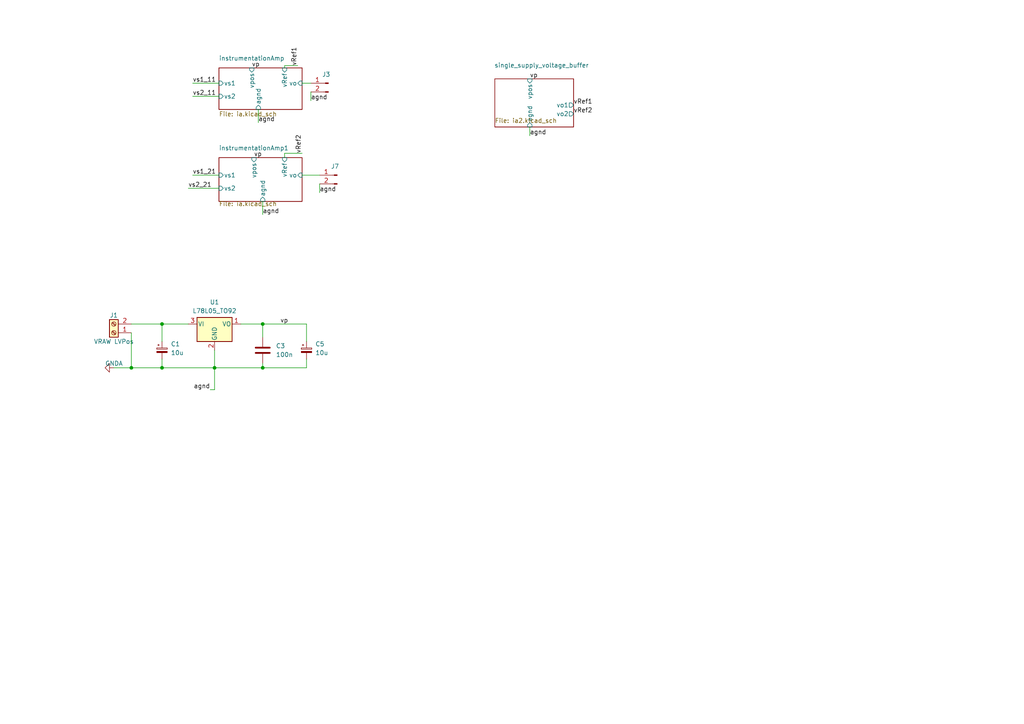
<source format=kicad_sch>
(kicad_sch (version 20250114) (generator "eeschema") (generator_version "9.0")
  (paper "A4")
  (lib_symbols
    (symbol "Connector:Conn_01x02_Pin" (pin_names (offset 1.016) (hide yes))
      (property "Reference" "J" (at 0 2.54 0))
      (property "Value" "Conn_01x02_Pin" (at 0 -5.08 0))
      (symbol "Conn_01x02_Pin_1_1"
        (rectangle (start 0.8636 0.127) (end 0 -0.127) (stroke (width 0.1524)) (fill (type outline)))
        (rectangle (start 0.8636 -2.413) (end 0 -2.667) (stroke (width 0.1524)) (fill (type outline)))
        (polyline (pts (xy 1.27 0) (xy 0.8636 0)) (stroke (width 0.1524)))
        (polyline (pts (xy 1.27 -2.54) (xy 0.8636 -2.54)) (stroke (width 0.1524)))
        (pin passive line (at 5.08 0 180) (length 3.81) (name "Pin_1") (number "1"))
        (pin passive line (at 5.08 -2.54 180) (length 3.81) (name "Pin_2") (number "2"))
      )
    )
    (symbol "Connector:Screw_Terminal_01x02" (pin_names (offset 1.016) (hide yes))
      (property "Reference" "J" (at 0 2.54 0))
      (property "Value" "Screw_Terminal_01x02" (at 0 -5.08 0))
      (symbol "Screw_Terminal_01x02_1_1"
        (rectangle (start -1.27 1.27) (end 1.27 -3.81) (stroke (width 0.254)) (fill (type background)))
        (polyline (pts (xy -0.5334 0.3302) (xy 0.3302 -0.508)) (stroke (width 0.1524)))
        (polyline (pts (xy -0.5334 -2.2098) (xy 0.3302 -3.048)) (stroke (width 0.1524)))
        (polyline (pts (xy -0.3556 0.508) (xy 0.508 -0.3302)) (stroke (width 0.1524)))
        (polyline (pts (xy -0.3556 -2.032) (xy 0.508 -2.8702)) (stroke (width 0.1524)))
        (circle (center 0 0) (radius 0.635) (stroke (width 0.1524)))
        (circle (center 0 -2.54) (radius 0.635) (stroke (width 0.1524)))
        (pin passive line (at -5.08 0 0) (length 3.81) (name "Pin_1") (number "1"))
        (pin passive line (at -5.08 -2.54 0) (length 3.81) (name "Pin_2") (number "2"))
      )
    )
    (symbol "Device:C" (pin_numbers (hide yes)) (pin_names (offset 0.254))
      (property "Reference" "C" (at 0.635 2.54 0))
      (property "Value" "C" (at 0.635 -2.54 0))
      (symbol "C_0_1"
        (polyline (pts (xy -2.032 0.762) (xy 2.032 0.762)) (stroke (width 0.508)))
        (polyline (pts (xy -2.032 -0.762) (xy 2.032 -0.762)) (stroke (width 0.508)))
      )
      (symbol "C_1_1"
        (pin passive line (at 0 3.81 270) (length 2.794) (name "~") (number "1"))
        (pin passive line (at 0 -3.81 90) (length 2.794) (name "~") (number "2"))
      )
    )
    (symbol "Device:C_Polarized_Small" (pin_numbers (hide yes)) (pin_names (offset 0.254) (hide yes))
      (property "Reference" "C" (at 0.254 1.778 0))
      (property "Value" "C_Polarized_Small" (at 0.254 -2.032 0))
      (symbol "C_Polarized_Small_0_1"
        (rectangle (start -1.524 0.6858) (end 1.524 0.3048))
        (rectangle (start -1.524 -0.3048) (end 1.524 -0.6858) (fill (type outline)))
        (polyline (pts (xy -1.27 1.524) (xy -0.762 1.524)))
        (polyline (pts (xy -1.016 1.27) (xy -1.016 1.778)))
      )
      (symbol "C_Polarized_Small_1_1"
        (pin passive line (at 0 2.54 270) (length 1.8542) (name "~") (number "1"))
        (pin passive line (at 0 -2.54 90) (length 1.8542) (name "~") (number "2"))
      )
    )
    (symbol "Regulator_Linear:L78L05_TO92" (pin_names (offset 0.254))
      (property "Reference" "U" (at -3.81 3.175 0))
      (property "Value" "L78L05_TO92" (at 0 3.175 0))
      (symbol "L78L05_TO92_0_1"
        (rectangle (start -5.08 -5.08) (end 5.08 1.905) (stroke (width 0.254)) (fill (type background)))
      )
      (symbol "L78L05_TO92_1_1"
        (pin power_in line (at -7.62 0 0) (length 2.54) (name "VI") (number "3"))
        (pin power_in line (at 0 -7.62 90) (length 2.54) (name "GND") (number "2"))
        (pin power_out line (at 7.62 0 180) (length 2.54) (name "VO") (number "1"))
      )
    )
    (symbol "power:GNDA" (power) (pin_names (offset 0))
      (property "Value" "GNDA" (at 0 -3.81 0))
      (symbol "GNDA_0_1"
        (polyline (pts (xy 0 0) (xy 0 -1.27) (xy 1.27 -1.27) (xy 0 -2.54) (xy -1.27 -1.27) (xy 0 -1.27)))
      )
      (symbol "GNDA_1_1"
        (pin power_in line (at 0 0 270) (length 0) (hide yes) (name "GNDA") (number "1"))
      )
    )
  )
  (junction (at 76.2 93.98))
  (junction (at 46.99 106.68))
  (junction (at 38.1 106.68))
  (junction (at 62.23 106.68))
  (junction (at 46.99 93.98))
  (junction (at 76.2 106.68))
  (wire (pts (xy 76.2 93.98) (xy 76.2 97.79)))
  (wire (pts (xy 76.2 58.42) (xy 76.2 62.23)))
  (wire (pts (xy 88.9 93.98) (xy 76.2 93.98)))
  (wire (pts (xy 55.88 27.94) (xy 63.5 27.94)))
  (wire (pts (xy 60.96 113.03) (xy 62.23 113.03)))
  (wire (pts (xy 86.36 19.05) (xy 82.55 19.05)))
  (wire (pts (xy 87.63 24.13) (xy 90.17 24.13)))
  (wire (pts (xy 54.61 54.61) (xy 63.5 54.61)))
  (wire (pts (xy 55.88 50.8) (xy 63.5 50.8)))
  (wire (pts (xy 82.55 19.05) (xy 82.55 19.685)))
  (wire (pts (xy 55.88 24.13) (xy 63.5 24.13)))
  (wire (pts (xy 74.93 35.56) (xy 74.93 31.75)))
  (wire (pts (xy 82.55 44.45) (xy 82.55 45.72)))
  (wire (pts (xy 90.17 29.21) (xy 90.17 26.67)))
  (wire (pts (xy 76.2 106.68) (xy 76.2 105.41)))
  (wire (pts (xy 38.1 93.98) (xy 46.99 93.98)))
  (wire (pts (xy 46.99 93.98) (xy 46.99 99.06)))
  (wire (pts (xy 92.71 55.88) (xy 92.71 53.34)))
  (wire (pts (xy 62.23 101.6) (xy 62.23 106.68)))
  (wire (pts (xy 38.1 96.52) (xy 38.1 106.68)))
  (wire (pts (xy 76.2 106.68) (xy 88.9 106.68)))
  (wire (pts (xy 46.99 104.14) (xy 46.99 106.68)))
  (wire (pts (xy 88.9 104.14) (xy 88.9 106.68)))
  (wire (pts (xy 76.2 93.98) (xy 69.85 93.98)))
  (wire (pts (xy 153.67 36.83) (xy 153.67 39.37)))
  (wire (pts (xy 88.9 99.06) (xy 88.9 93.98)))
  (wire (pts (xy 82.55 44.45) (xy 87.63 44.45)))
  (wire (pts (xy 38.1 106.68) (xy 46.99 106.68)))
  (wire (pts (xy 33.02 106.68) (xy 38.1 106.68)))
  (wire (pts (xy 87.63 50.8) (xy 92.71 50.8)))
  (wire (pts (xy 46.99 93.98) (xy 54.61 93.98)))
  (wire (pts (xy 62.23 106.68) (xy 76.2 106.68)))
  (wire (pts (xy 62.23 113.03) (xy 62.23 106.68)))
  (wire (pts (xy 46.99 106.68) (xy 62.23 106.68)))
  (label "agnd" (at 90.17 29.21 0))
  (label "vs1_11" (at 55.88 24.13 0))
  (label "vs2_21" (at 54.61 54.61 0))
  (label "vs2_11" (at 55.88 27.94 0))
  (label "vRef2" (at 166.37 33.02 0))
  (label "vRef1" (at 86.36 19.05 90))
  (label "vRef2" (at 87.63 44.45 90))
  (label "vp" (at 73.025 19.685 0))
  (label "vp" (at 73.66 45.72 0))
  (label "vs1_21" (at 55.88 50.8 0))
  (label "agnd" (at 60.96 113.03 180))
  (label "agnd" (at 92.71 55.88 0))
  (label "vRef1" (at 166.37 30.48 0))
  (label "vp" (at 153.67 22.86 0))
  (label "agnd" (at 76.2 62.23 0))
  (label "agnd" (at 153.67 39.37 0))
  (label "vp" (at 81.28 93.98 0))
  (label "agnd" (at 74.93 35.56 0))
  (symbol (lib_id "Device:C") (at 76.2 101.6 180) (unit 1)
    (property "Reference" "C3" (at 80.01 100.3299 0) (effects (justify right)))
    (property "Value" "100n" (at 80.01 102.8699 0) (effects (justify right)))
    (property "Footprint" "Capacitor_SMD:C_0805_2012Metric" (effects (hide yes)))
    (property "Description" "Unpolarized capacitor" (effects (hide yes)))
  )
  (symbol (lib_id "Regulator_Linear:L78L05_TO92") (at 62.23 93.98 0) (unit 1)
    (property "Reference" "U1" (at 62.23 87.63 0))
    (property "Value" "L78L05_TO92" (at 62.23 90.17 0))
    (property "Footprint" "Package_TO_SOT_THT:TO-92_Inline" (effects (hide yes)))
    (property "Datasheet" "http://www.st.com/content/ccc/resource/technical/document/datasheet/15/55/e5/aa/23/5b/43/fd/CD00000446.pdf/files/CD00000446.pdf/jcr:content/translations/en.CD00000446.pdf" (effects (hide yes)))
  )
  (symbol (lib_id "Connector:Screw_Terminal_01x02") (at 33.02 96.52 180) (unit 1)
    (property "Reference" "J1" (at 33.02 91.44 0))
    (property "Value" "VRAW LVPos" (at 33.02 99.06 0))
    (property "Footprint" "TerminalBlock:TerminalBlock_bornier-2_P5.08mm" (effects (hide yes)))
  )
  (symbol (lib_id "Connector:Conn_01x02_Pin") (at 97.79 50.8 0) (mirror y) (unit 1)
    (property "Reference" "J7" (at 97.155 48.26 0))
    (property "Value" "Conn_01x02_Pin" (effects (hide yes)))
    (property "Footprint" "Connector_PinHeader_2.00mm:PinHeader_1x02_P2.00mm_Vertical" (effects (hide yes)))
    (property "Description" "Generic connector, single row, 01x02, script generated" (effects (hide yes)))
  )
  (symbol (lib_id "Device:C_Polarized_Small") (at 46.99 101.6 0) (unit 1)
    (property "Reference" "C1" (at 49.53 99.7838 0) (effects (justify left)))
    (property "Value" "10u" (at 49.53 102.3238 0) (effects (justify left)))
    (property "Footprint" "Capacitor_SMD:CP_Elec_4x4.5" (effects (hide yes)))
    (property "Description" "Polarized capacitor, small symbol" (effects (hide yes)))
  )
  (symbol (lib_id "Device:C_Polarized_Small") (at 88.9 101.6 0) (unit 1)
    (property "Reference" "C5" (at 91.44 99.7838 0) (effects (justify left)))
    (property "Value" "10u" (at 91.44 102.3238 0) (effects (justify left)))
    (property "Footprint" "Capacitor_SMD:CP_Elec_4x4.5" (effects (hide yes)))
    (property "Description" "Polarized capacitor, small symbol" (effects (hide yes)))
  )
  (symbol (lib_id "Connector:Conn_01x02_Pin") (at 95.25 24.13 0) (mirror y) (unit 1)
    (property "Reference" "J3" (at 94.615 21.59 0))
    (property "Value" "Conn_01x02_Pin" (effects (hide yes)))
    (property "Footprint" "Connector_PinHeader_2.00mm:PinHeader_1x02_P2.00mm_Vertical" (effects (hide yes)))
    (property "Description" "Generic connector, single row, 01x02, script generated" (effects (hide yes)))
  )
  (symbol (lib_id "power:GNDA") (at 33.02 106.68 270) (mirror x) (unit 1)
    (property "Reference" "#PWR01" (effects (hide yes)))
    (property "Value" "GNDA" (at 30.48 105.41 90) (effects (justify left)))
  )
  (sheet (at 63.5 45.72) (size 24.13 12.7) (stroke (width 0.1524))
    (property "Sheetname" "instrumentationAmp1" (at 63.5 43.688 0) (effects (justify left bottom)))
    (property "Sheetfile" "ia.kicad_sch" (at 63.5 58.3696 0) (effects (justify left top)))
    (pin "agnd" input (at 76.2 58.42 270))
    (pin "vpos" input (at 73.66 45.72 90))
    (pin "vRef" input (at 82.55 45.72 90))
    (pin "vo" input (at 87.63 50.8 0))
    (pin "vs1" input (at 63.5 50.8 180))
    (pin "vs2" input (at 63.5 54.61 180))
  )
  (sheet (at 143.51 22.86) (size 22.86 13.97) (stroke (width 0.1524))
    (property "Sheetname" "single_supply_voltage_buffer" (at 143.383 19.685 0) (effects (justify left bottom)))
    (property "Sheetfile" "ia2.kicad_sch" (at 143.51 34.2396 0) (effects (justify left top)))
    (pin "agnd" input (at 153.67 36.83 270))
    (pin "vpos" input (at 153.67 22.86 90))
    (pin "vo1" output (at 166.37 30.48 0))
    (pin "vo2" output (at 166.37 33.02 0))
  )
  (sheet (at 63.5 19.685) (size 24.13 12.065) (stroke (width 0.1524))
    (property "Sheetname" "instrumentationAmp" (at 63.5 17.653 0) (effects (justify left bottom)))
    (property "Sheetfile" "ia.kicad_sch" (at 63.5 32.3346 0) (effects (justify left top)))
    (pin "agnd" input (at 74.93 31.75 270))
    (pin "vpos" input (at 73.025 19.685 90))
    (pin "vo" input (at 87.63 24.13 0))
    (pin "vs1" input (at 63.5 24.13 180))
    (pin "vs2" input (at 63.5 27.94 180))
    (pin "vRef" input (at 82.55 19.685 90))
  )
)
</source>
